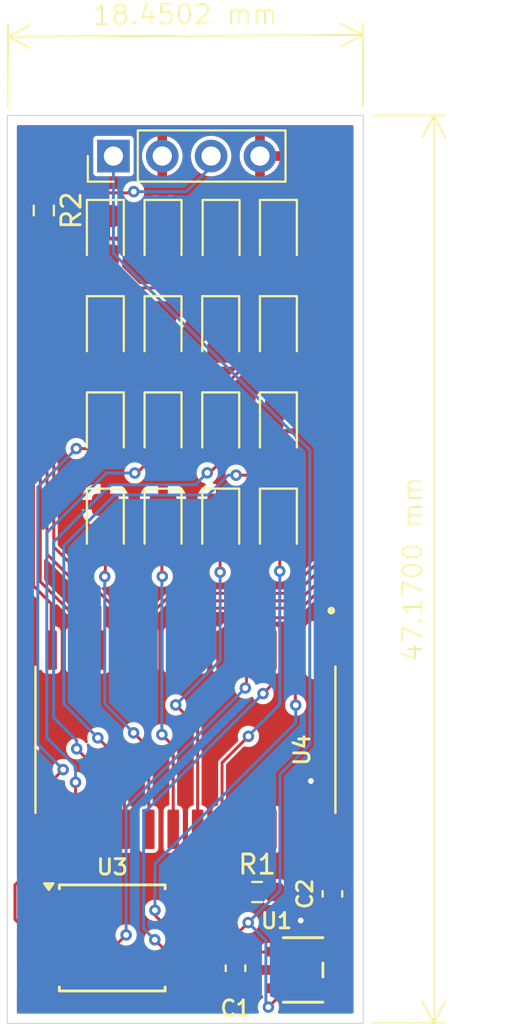
<source format=kicad_pcb>
(kicad_pcb (version 20240108) (generator "pcbnew") (generator_version "8.0")
  (layers (0 "F.Cu" signal) (31 "B.Cu" signal) (34 "B.Paste" user) (35 "F.Paste" user) (36 "B.SilkS" user "B.Silkscreen") (37 "F.SilkS" user "F.Silkscreen") (38 "B.Mask" user) (39 "F.Mask" user) (44 "Edge.Cuts" user))
  (net 0 "")
  (net 1 "GND")
  (net 2 "L1")
  (net 3 "L2")
  (net 4 "L3")
  (net 5 "L4")
  (net 6 "L5")
  (net 7 "L6")
  (net 8 "L7")
  (net 9 "L8")
  (net 10 "L9")
  (net 11 "L10")
  (net 12 "L11")
  (net 13 "L12")
  (net 14 "L13")
  (net 15 "L14")
  (net 16 "L15")
  (net 17 "L16")
  (net 18 "VCC")
  (net 19 "DATA")
  (net 20 "CLK")
  (net 21 "VDD_3.3V")
  (net 24 "OE")
  (net 25 "LE")
  (net 26 "Net-(U4-R-EXT)")
  (net 29 "BPW34_1")
  (footprint "Resistor_SMD:R_0603_1608Metric_Pad0.98x0.95mm_HandSolder" (layer "F.Cu") (at 207.8925 104.1)
    (property "Reference" "R1" (at 0 -1.43 0) (layer "F.SilkS"))
    (property "Value" "R")
    (fp_line (start -0.254724 -0.5225) (end 0.254724 -0.5225) (stroke (width 0.12)) (layer "F.SilkS"))
    (fp_line (start -0.254724 0.5225) (end 0.254724 0.5225) (stroke (width 0.12)) (layer "F.SilkS"))
    (pad "1" smd roundrect (at -0.9125 0) (size 0.975 0.95) (layers "F.Cu" "F.Paste" "F.Mask") (net 1 "GND"))
    (pad "2" smd roundrect (at 0.9125 0) (size 0.975 0.95) (layers "F.Cu" "F.Paste" "F.Mask") (net 26 "Net-(U4-R-EXT)"))
  )
  (footprint "Capacitor_SMD:C_0603_1608Metric_Pad1.08x0.95mm_HandSolder" (layer "F.Cu") (at 211.81 104.1975 90)
    (property "Reference" "C2" (at 0 -1.43 90) (layer "F.SilkS") (effects (font (size 0.8 0.8))))
    (property "Value" "C")
    (fp_line (start -0.146267 -0.51) (end 0.146267 -0.51) (stroke (width 0.12)) (layer "F.SilkS"))
    (fp_line (start -0.146267 0.51) (end 0.146267 0.51) (stroke (width 0.12)) (layer "F.SilkS"))
    (pad "1" smd roundrect (at -0.8625 0 90) (size 1.075 0.95) (layers "F.Cu" "F.Paste" "F.Mask") (net 21 "VDD_3.3V"))
    (pad "2" smd roundrect (at 0.8625 0 90) (size 1.075 0.95) (layers "F.Cu" "F.Paste" "F.Mask") (net 1 "GND"))
  )
  (footprint "Connector_PinHeader_2.54mm:PinHeader_1x04_P2.54mm_Vertical" (layer "F.Cu") (at 200.42 65.86 90)
    (property "Reference" "J3" (hide yes))
    (property "Value" "Conn_01x04_Pin")
    (fp_line (start -1.33 -1.33) (end 0 -1.33) (stroke (width 0.12)) (layer "F.SilkS"))
    (fp_line (start -1.33 0) (end -1.33 -1.33) (stroke (width 0.12)) (layer "F.SilkS"))
    (fp_line (start 1.33 1.27) (end 1.33 8.95) (stroke (width 0.12)) (layer "F.SilkS"))
    (fp_line (start -1.33 1.27) (end 1.33 1.27) (stroke (width 0.12)) (layer "F.SilkS"))
    (fp_line (start -1.33 1.27) (end -1.33 8.95) (stroke (width 0.12)) (layer "F.SilkS"))
    (fp_line (start -1.33 8.95) (end 1.33 8.95) (stroke (width 0.12)) (layer "F.SilkS"))
    (pad "1" thru_hole rect (at 0 0 90) (size 1.7 1.7) (drill 1) (layers "*.Cu" "*.Mask") (net 18 "VCC"))
    (pad "2" thru_hole oval (at 0 2.54 90) (size 1.7 1.7) (drill 1) (layers "*.Cu" "*.Mask") (net 1 "GND"))
    (pad "3" thru_hole oval (at 0 5.08 90) (size 1.7 1.7) (drill 1) (layers "*.Cu" "*.Mask") (net 29 "BPW34_1"))
    (pad "4" thru_hole oval (at 0 7.62 90) (size 1.7 1.7) (drill 1) (layers "*.Cu" "*.Mask") (net 1 "GND"))
  )
  (footprint "LED_SMD:LED_0805_2012Metric_Pad1.15x1.40mm_HandSolder" (layer "F.Cu") (at 209 75 -90)
    (property "Reference" "D5" (hide yes))
    (property "Value" "LED")
    (fp_line (start -1.86 0.96) (end 1 0.96) (stroke (width 0.12)) (layer "F.SilkS"))
    (fp_line (start -1.86 -0.96) (end -1.86 0.96) (stroke (width 0.12)) (layer "F.SilkS"))
    (fp_line (start 1 -0.96) (end -1.86 -0.96) (stroke (width 0.12)) (layer "F.SilkS"))
    (pad "1" smd roundrect (at -1.025 0 270) (size 1.15 1.4) (layers "F.Cu" "F.Paste" "F.Mask") (roundrect_rratio 0.217391) (net 1 "GND"))
    (pad "2" smd roundrect (at 1.025 0 270) (size 1.15 1.4) (layers "F.Cu" "F.Paste" "F.Mask") (roundrect_rratio 0.217391) (net 6 "L5"))
  )
  (footprint "LED_SMD:LED_0805_2012Metric_Pad1.15x1.40mm_HandSolder" (layer "F.Cu") (at 203 85 -90)
    (property "Reference" "D14" (hide yes))
    (property "Value" "LED")
    (fp_line (start -1.86 0.96) (end 1 0.96) (stroke (width 0.12)) (layer "F.SilkS"))
    (fp_line (start -1.86 -0.96) (end -1.86 0.96) (stroke (width 0.12)) (layer "F.SilkS"))
    (fp_line (start 1 -0.96) (end -1.86 -0.96) (stroke (width 0.12)) (layer "F.SilkS"))
    (pad "1" smd roundrect (at -1.025 0 270) (size 1.15 1.4) (layers "F.Cu" "F.Paste" "F.Mask") (roundrect_rratio 0.217391) (net 1 "GND"))
    (pad "2" smd roundrect (at 1.025 0 270) (size 1.15 1.4) (layers "F.Cu" "F.Paste" "F.Mask") (roundrect_rratio 0.217391) (net 15 "L14"))
  )
  (footprint "LED_SMD:LED_0805_2012Metric_Pad1.15x1.40mm_HandSolder" (layer "F.Cu") (at 206 75 -90)
    (property "Reference" "D6" (hide yes))
    (property "Value" "LED")
    (fp_line (start -1.86 0.96) (end 1 0.96) (stroke (width 0.12)) (layer "F.SilkS"))
    (fp_line (start -1.86 -0.96) (end -1.86 0.96) (stroke (width 0.12)) (layer "F.SilkS"))
    (fp_line (start 1 -0.96) (end -1.86 -0.96) (stroke (width 0.12)) (layer "F.SilkS"))
    (pad "1" smd roundrect (at -1.025 0 270) (size 1.15 1.4) (layers "F.Cu" "F.Paste" "F.Mask") (roundrect_rratio 0.217391) (net 1 "GND"))
    (pad "2" smd roundrect (at 1.025 0 270) (size 1.15 1.4) (layers "F.Cu" "F.Paste" "F.Mask") (roundrect_rratio 0.217391) (net 7 "L6"))
  )
  (footprint "LED_SMD:LED_0805_2012Metric_Pad1.15x1.40mm_HandSolder" (layer "F.Cu") (at 200 75 -90)
    (property "Reference" "D8" (hide yes))
    (property "Value" "LED")
    (fp_line (start -1.86 0.96) (end 1 0.96) (stroke (width 0.12)) (layer "F.SilkS"))
    (fp_line (start -1.86 -0.96) (end -1.86 0.96) (stroke (width 0.12)) (layer "F.SilkS"))
    (fp_line (start 1 -0.96) (end -1.86 -0.96) (stroke (width 0.12)) (layer "F.SilkS"))
    (pad "1" smd roundrect (at -1.025 0 270) (size 1.15 1.4) (layers "F.Cu" "F.Paste" "F.Mask") (roundrect_rratio 0.217391) (net 1 "GND"))
    (pad "2" smd roundrect (at 1.025 0 270) (size 1.15 1.4) (layers "F.Cu" "F.Paste" "F.Mask") (roundrect_rratio 0.217391) (net 9 "L8"))
  )
  (footprint "LED_SMD:LED_0805_2012Metric_Pad1.15x1.40mm_HandSolder" (layer "F.Cu") (at 203 70 -90)
    (property "Reference" "D3" (hide yes))
    (property "Value" "LED")
    (fp_line (start -1.86 0.96) (end 1 0.96) (stroke (width 0.12)) (layer "F.SilkS"))
    (fp_line (start -1.86 -0.96) (end -1.86 0.96) (stroke (width 0.12)) (layer "F.SilkS"))
    (fp_line (start 1 -0.96) (end -1.86 -0.96) (stroke (width 0.12)) (layer "F.SilkS"))
    (pad "1" smd roundrect (at -1.025 0 270) (size 1.15 1.4) (layers "F.Cu" "F.Paste" "F.Mask") (roundrect_rratio 0.217391) (net 1 "GND"))
    (pad "2" smd roundrect (at 1.025 0 270) (size 1.15 1.4) (layers "F.Cu" "F.Paste" "F.Mask") (roundrect_rratio 0.217391) (net 4 "L3"))
  )
  (footprint "LED_SMD:LED_0805_2012Metric_Pad1.15x1.40mm_HandSolder" (layer "F.Cu") (at 206.02 70 -90)
    (property "Reference" "D2" (hide yes))
    (property "Value" "LED")
    (fp_line (start -1.86 0.96) (end 1 0.96) (stroke (width 0.12)) (layer "F.SilkS"))
    (fp_line (start -1.86 -0.96) (end -1.86 0.96) (stroke (width 0.12)) (layer "F.SilkS"))
    (fp_line (start 1 -0.96) (end -1.86 -0.96) (stroke (width 0.12)) (layer "F.SilkS"))
    (pad "1" smd roundrect (at -1.025 0 270) (size 1.15 1.4) (layers "F.Cu" "F.Paste" "F.Mask") (roundrect_rratio 0.217391) (net 1 "GND"))
    (pad "2" smd roundrect (at 1.025 0 270) (size 1.15 1.4) (layers "F.Cu" "F.Paste" "F.Mask") (roundrect_rratio 0.217391) (net 3 "L2"))
  )
  (footprint "MIC5504:SOT-23-5_MC_MCH" (layer "F.Cu") (at 210.2854 108.150001)
    (property "Reference" "U1" (at -1.3854 -2.550001 0) (layer "F.SilkS") (effects (font (size 0.8 0.8))))
    (property "Value" "MIC5504")
    (fp_line (start -1.0287 1.6764) (end 1.0287 1.6764) (stroke (width 0.1524)) (layer "F.SilkS"))
    (fp_line (start 1.0287 -1.6764) (end -1.0287 -1.6764) (stroke (width 0.1524)) (layer "F.SilkS"))
    (fp_line (start 1.0287 0.363261) (end 1.0287 -0.363261) (stroke (width 0.1524)) (layer "F.SilkS"))
    (pad "1" smd rect (at -1.2954 -0.950001) (size 1.3208 0.508) (layers "F.Cu" "F.Paste" "F.Mask") (net 18 "VCC"))
    (pad "2" smd rect (at -1.2954 0) (size 1.3208 0.508) (layers "F.Cu" "F.Paste" "F.Mask") (net 1 "GND"))
    (pad "3" smd rect (at -1.2954 0.950001) (size 1.3208 0.508) (layers "F.Cu" "F.Paste" "F.Mask") (net 18 "VCC"))
    (pad "4" smd rect (at 1.2954 0.950001) (size 1.3208 0.508) (layers "F.Cu" "F.Paste" "F.Mask"))
    (pad "5" smd rect (at 1.2954 -0.950001) (size 1.3208 0.508) (layers "F.Cu" "F.Paste" "F.Mask") (net 21 "VDD_3.3V"))
  )
  (footprint "Capacitor_SMD:C_0603_1608Metric_Pad1.08x0.95mm_HandSolder" (layer "F.Cu") (at 206.77 108.0575 -90)
    (property "Reference" "C1" (at 2.0825 0 0) (layer "F.SilkS") (effects (font (size 0.8 0.8))))
    (property "Value" "C")
    (fp_line (start -0.146267 0.51) (end 0.146267 0.51) (stroke (width 0.12)) (layer "F.SilkS"))
    (fp_line (start -0.146267 -0.51) (end 0.146267 -0.51) (stroke (width 0.12)) (layer "F.SilkS"))
    (pad "1" smd roundrect (at -0.8625 0 270) (size 1.075 0.95) (layers "F.Cu" "F.Paste" "F.Mask") (net 18 "VCC"))
    (pad "2" smd roundrect (at 0.8625 0 270) (size 1.075 0.95) (layers "F.Cu" "F.Paste" "F.Mask") (net 1 "GND"))
  )
  (footprint "LED_SMD:LED_0805_2012Metric_Pad1.15x1.40mm_HandSolder" (layer "F.Cu") (at 206 80 -90)
    (property "Reference" "D11" (hide yes))
    (property "Value" "LED")
    (fp_line (start -1.86 0.96) (end 1 0.96) (stroke (width 0.12)) (layer "F.SilkS"))
    (fp_line (start -1.86 -0.96) (end -1.86 0.96) (stroke (width 0.12)) (layer "F.SilkS"))
    (fp_line (start 1 -0.96) (end -1.86 -0.96) (stroke (width 0.12)) (layer "F.SilkS"))
    (pad "1" smd roundrect (at -1.025 0 270) (size 1.15 1.4) (layers "F.Cu" "F.Paste" "F.Mask") (roundrect_rratio 0.217391) (net 1 "GND"))
    (pad "2" smd roundrect (at 1.025 0 270) (size 1.15 1.4) (layers "F.Cu" "F.Paste" "F.Mask") (roundrect_rratio 0.217391) (net 12 "L11"))
  )
  (footprint "STP16CP05MTR:SOIC127P1032X265-24N" (layer "F.Cu") (at 204.165 96.185 -90)
    (property "Reference" "U4" (at 0.535 -6.065 90) (layer "F.SilkS") (effects (font (size 0.8 0.8))))
    (property "Value" "STP16CP05MTR")
    (fp_line (start -3.8 7.8) (end 3.8 7.8) (stroke (width 0.127)) (layer "F.SilkS"))
    (fp_line (start -3.8 -7.8) (end 3.8 -7.8) (stroke (width 0.127)) (layer "F.SilkS"))
    (fp_circle (center -6.705 -7.585) (end -6.605 -7.585) (stroke (width 0.2)) (fill none) (layer "F.SilkS"))
    (pad "1" smd roundrect (at -4.655 -6.985 270) (size 2.05 0.6) (layers "F.Cu" "F.Paste" "F.Mask") (roundrect_rratio 0.125) (net 1 "GND"))
    (pad "2" smd roundrect (at -4.655 -5.715 270) (size 2.05 0.6) (layers "F.Cu" "F.Paste" "F.Mask") (roundrect_rratio 0.125) (net 19 "DATA"))
    (pad "3" smd roundrect (at -4.655 -4.445 270) (size 2.05 0.6) (layers "F.Cu" "F.Paste" "F.Mask") (roundrect_rratio 0.125) (net 20 "CLK"))
    (pad "4" smd roundrect (at -4.655 -3.175 270) (size 2.05 0.6) (layers "F.Cu" "F.Paste" "F.Mask") (roundrect_rratio 0.125) (net 25 "LE"))
    (pad "5" smd roundrect (at -4.655 -1.905 270) (size 2.05 0.6) (layers "F.Cu" "F.Paste" "F.Mask") (roundrect_rratio 0.125) (net 2 "L1"))
    (pad "6" smd roundrect (at -4.655 -0.635 270) (size 2.05 0.6) (layers "F.Cu" "F.Paste" "F.Mask") (roundrect_rratio 0.125) (net 3 "L2"))
    (pad "7" smd roundrect (at -4.655 0.635 270) (size 2.05 0.6) (layers "F.Cu" "F.Paste" "F.Mask") (roundrect_rratio 0.125) (net 4 "L3"))
    (pad "8" smd roundrect (at -4.655 1.905 270) (size 2.05 0.6) (layers "F.Cu" "F.Paste" "F.Mask") (roundrect_rratio 0.125) (net 5 "L4"))
    (pad "9" smd roundrect (at -4.655 3.175 270) (size 2.05 0.6) (layers "F.Cu" "F.Paste" "F.Mask") (roundrect_rratio 0.125) (net 6 "L5"))
    (pad "10" smd roundrect (at -4.655 4.445 270) (size 2.05 0.6) (layers "F.Cu" "F.Paste" "F.Mask") (roundrect_rratio 0.125) (net 7 "L6"))
    (pad "11" smd roundrect (at -4.655 5.715 270) (size 2.05 0.6) (layers "F.Cu" "F.Paste" "F.Mask") (roundrect_rratio 0.125) (net 8 "L7"))
    (pad "12" smd roundrect (at -4.655 6.985 270) (size 2.05 0.6) (layers "F.Cu" "F.Paste" "F.Mask") (roundrect_rratio 0.125) (net 9 "L8"))
    (pad "13" smd roundrect (at 4.655 6.985 270) (size 2.05 0.6) (layers "F.Cu" "F.Paste" "F.Mask") (roundrect_rratio 0.125) (net 10 "L9"))
    (pad "14" smd roundrect (at 4.655 5.715 270) (size 2.05 0.6) (layers "F.Cu" "F.Paste" "F.Mask") (roundrect_rratio 0.125) (net 11 "L10"))
    (pad "15" smd roundrect (at 4.655 4.445 270) (size 2.05 0.6) (layers "F.Cu" "F.Paste" "F.Mask") (roundrect_rratio 0.125) (net 12 "L11"))
    (pad "16" smd roundrect (at 4.655 3.175 270) (size 2.05 0.6) (layers "F.Cu" "F.Paste" "F.Mask") (roundrect_rratio 0.125) (net 13 "L12"))
    (pad "17" smd roundrect (at 4.655 1.905 270) (size 2.05 0.6) (layers "F.Cu" "F.Paste" "F.Mask") (roundrect_rratio 0.125) (net 14 "L13"))
    (pad "18" smd roundrect (at 4.655 0.635 270) (size 2.05 0.6) (layers "F.Cu" "F.Paste" "F.Mask") (roundrect_rratio 0.125) (net 15 "L14"))
    (pad "19" smd roundrect (at 4.655 -0.635 270) (size 2.05 0.6) (layers "F.Cu" "F.Paste" "F.Mask") (roundrect_rratio 0.125) (net 16 "L15"))
    (pad "20" smd roundrect (at 4.655 -1.905 270) (size 2.05 0.6) (layers "F.Cu" "F.Paste" "F.Mask") (roundrect_rratio 0.125) (net 17 "L16"))
    (pad "21" smd roundrect (at 4.655 -3.175 270) (size 2.05 0.6) (layers "F.Cu" "F.Paste" "F.Mask") (roundrect_rratio 0.125) (net 24 "OE"))
    (pad "22" smd roundrect (at 4.655 -4.445 270) (size 2.05 0.6) (layers "F.Cu" "F.Paste" "F.Mask") (roundrect_rratio 0.125))
    (pad "23" smd roundrect (at 4.655 -5.715 270) (size 2.05 0.6) (layers "F.Cu" "F.Paste" "F.Mask") (roundrect_rratio 0.125) (net 26 "Net-(U4-R-EXT)"))
    (pad "24" smd roundrect (at 4.655 -6.985 270) (size 2.05 0.6) (layers "F.Cu" "F.Paste" "F.Mask") (roundrect_rratio 0.125) (net 21 "VDD_3.3V"))
  )
  (footprint "LED_SMD:LED_0805_2012Metric_Pad1.15x1.40mm_HandSolder" (layer "F.Cu") (at 200 85 -90)
    (property "Reference" "D13" (hide yes))
    (property "Value" "LED")
    (fp_line (start -1.86 0.96) (end 1 0.96) (stroke (width 0.12)) (layer "F.SilkS"))
    (fp_line (start -1.86 -0.96) (end -1.86 0.96) (stroke (width 0.12)) (layer "F.SilkS"))
    (fp_line (start 1 -0.96) (end -1.86 -0.96) (stroke (width 0.12)) (layer "F.SilkS"))
    (pad "1" smd roundrect (at -1.025 0 270) (size 1.15 1.4) (layers "F.Cu" "F.Paste" "F.Mask") (roundrect_rratio 0.217391) (net 1 "GND"))
    (pad "2" smd roundrect (at 1.025 0 270) (size 1.15 1.4) (layers "F.Cu" "F.Paste" "F.Mask") (roundrect_rratio 0.217391) (net 14 "L13"))
  )
  (footprint "LED_SMD:LED_0805_2012Metric_Pad1.15x1.40mm_HandSolder" (layer "F.Cu") (at 200 80 -90)
    (property "Reference" "D9" (hide yes))
    (property "Value" "LED")
    (fp_line (start -1.86 0.96) (end 1 0.96) (stroke (width 0.12)) (layer "F.SilkS"))
    (fp_line (start -1.86 -0.96) (end -1.86 0.96) (stroke (width 0.12)) (layer "F.SilkS"))
    (fp_line (start 1 -0.96) (end -1.86 -0.96) (stroke (width 0.12)) (layer "F.SilkS"))
    (pad "1" smd roundrect (at -1.025 0 270) (size 1.15 1.4) (layers "F.Cu" "F.Paste" "F.Mask") (roundrect_rratio 0.217391) (net 1 "GND"))
    (pad "2" smd roundrect (at 1.025 0 270) (size 1.15 1.4) (layers "F.Cu" "F.Paste" "F.Mask") (roundrect_rratio 0.217391) (net 10 "L9"))
  )
  (footprint "LED_SMD:LED_0805_2012Metric_Pad1.15x1.40mm_HandSolder" (layer "F.Cu") (at 209 85 -90)
    (property "Reference" "D16" (hide yes))
    (property "Value" "LED")
    (fp_line (start -1.86 0.96) (end 1 0.96) (stroke (width 0.12)) (layer "F.SilkS"))
    (fp_line (start -1.86 -0.96) (end -1.86 0.96) (stroke (width 0.12)) (layer "F.SilkS"))
    (fp_line (start 1 -0.96) (end -1.86 -0.96) (stroke (width 0.12)) (layer "F.SilkS"))
    (pad "1" smd roundrect (at -1.025 0 270) (size 1.15 1.4) (layers "F.Cu" "F.Paste" "F.Mask") (roundrect_rratio 0.217391) (net 1 "GND"))
    (pad "2" smd roundrect (at 1.025 0 270) (size 1.15 1.4) (layers "F.Cu" "F.Paste" "F.Mask") (roundrect_rratio 0.217391) (net 17 "L16"))
  )
  (footprint "LED_SMD:LED_0805_2012Metric_Pad1.15x1.40mm_HandSolder" (layer "F.Cu") (at 209 70 -90)
    (property "Reference" "D1" (hide yes))
    (property "Value" "LED")
    (fp_line (start -1.86 0.96) (end 1 0.96) (stroke (width 0.12)) (layer "F.SilkS"))
    (fp_line (start -1.86 -0.96) (end -1.86 0.96) (stroke (width 0.12)) (layer "F.SilkS"))
    (fp_line (start 1 -0.96) (end -1.86 -0.96) (stroke (width 0.12)) (layer "F.SilkS"))
    (pad "1" smd roundrect (at -1.025 0 270) (size 1.15 1.4) (layers "F.Cu" "F.Paste" "F.Mask") (roundrect_rratio 0.217391) (net 1 "GND"))
    (pad "2" smd roundrect (at 1.025 0 270) (size 1.15 1.4) (layers "F.Cu" "F.Paste" "F.Mask") (roundrect_rratio 0.217391) (net 2 "L1"))
  )
  (footprint "LED_SMD:LED_0805_2012Metric_Pad1.15x1.40mm_HandSolder" (layer "F.Cu") (at 203 80 -90)
    (property "Reference" "D10" (hide yes))
    (property "Value" "LED")
    (fp_line (start -1.86 0.96) (end 1 0.96) (stroke (width 0.12)) (layer "F.SilkS"))
    (fp_line (start -1.86 -0.96) (end -1.86 0.96) (stroke (width 0.12)) (layer "F.SilkS"))
    (fp_line (start 1 -0.96) (end -1.86 -0.96) (stroke (width 0.12)) (layer "F.SilkS"))
    (pad "1" smd roundrect (at -1.025 0 270) (size 1.15 1.4) (layers "F.Cu" "F.Paste" "F.Mask") (roundrect_rratio 0.217391) (net 1 "GND"))
    (pad "2" smd roundrect (at 1.025 0 270) (size 1.15 1.4) (layers "F.Cu" "F.Paste" "F.Mask") (roundrect_rratio 0.217391) (net 11 "L10"))
  )
  (footprint "Resistor_SMD:R_0603_1608Metric_Pad0.98x0.95mm_HandSolder" (layer "F.Cu") (at 196.8 68.6875 -90)
    (property "Reference" "R2" (at 0 -1.43 -90) (layer "F.SilkS"))
    (property "Value" "R")
    (fp_line (start -0.254724 0.5225) (end 0.254724 0.5225) (stroke (width 0.12)) (layer "F.SilkS"))
    (fp_line (start -0.254724 -0.5225) (end 0.254724 -0.5225) (stroke (width 0.12)) (layer "F.SilkS"))
    (pad "1" smd roundrect (at -0.9125 0 270) (size 0.975 0.95) (layers "F.Cu" "F.Paste" "F.Mask") (net 29 "BPW34_1"))
    (pad "2" smd roundrect (at 0.9125 0 270) (size 0.975 0.95) (layers "F.Cu" "F.Paste" "F.Mask") (net 1 "GND"))
  )
  (footprint "Package_SO:SOIC-8W_5.3x5.3mm_P1.27mm" (layer "F.Cu") (at 200.36 106.485)
    (property "Reference" "U3" (at 0 -3.68 0) (layer "F.SilkS") (effects (font (size 0.8 0.8))))
    (property "Value" "ATtiny85")
    (fp_line (start -2.75 -2.755) (end -2.75 -2.55) (stroke (width 0.15)) (layer "F.SilkS"))
    (fp_line (start -2.75 -2.755) (end 2.75 -2.755) (stroke (width 0.15)) (layer "F.SilkS"))
    (fp_line (start -2.75 2.755) (end -2.75 2.55) (stroke (width 0.15)) (layer "F.SilkS"))
    (fp_line (start -2.75 2.755) (end 2.75 2.755) (stroke (width 0.15)) (layer "F.SilkS"))
    (fp_line (start 2.75 -2.755) (end 2.75 -2.55) (stroke (width 0.15)) (layer "F.SilkS"))
    (fp_line (start 2.75 2.755) (end 2.75 2.55) (stroke (width 0.15)) (layer "F.SilkS"))
    (fp_poly (pts (xy -3.3 -2.5) (xy -3.54 -2.83) (xy -3.06 -2.83) (xy -3.3 -2.5)) (stroke (width 0.12)) (fill solid) (layer "F.SilkS"))
    (pad "1" smd rect (at -3.65 -1.905) (size 1.7 0.65) (layers "F.Cu" "F.Paste" "F.Mask"))
    (pad "2" smd rect (at -3.65 -0.635) (size 1.7 0.65) (layers "F.Cu" "F.Paste" "F.Mask") (net 29 "BPW34_1"))
    (pad "3" smd rect (at -3.65 0.635) (size 1.7 0.65) (layers "F.Cu" "F.Paste" "F.Mask") (net 25 "LE"))
    (pad "4" smd rect (at -3.65 1.905) (size 1.7 0.65) (layers "F.Cu" "F.Paste" "F.Mask") (net 1 "GND"))
    (pad "5" smd rect (at 3.65 1.905) (size 1.7 0.65) (layers "F.Cu" "F.Paste" "F.Mask") (net 24 "OE"))
    (pad "6" smd rect (at 3.65 0.635) (size 1.7 0.65) (layers "F.Cu" "F.Paste" "F.Mask") (net 20 "CLK"))
    (pad "7" smd rect (at 3.65 -0.635) (size 1.7 0.65) (layers "F.Cu" "F.Paste" "F.Mask") (net 19 "DATA"))
    (pad "8" smd rect (at 3.65 -1.905) (size 1.7 0.65) (layers "F.Cu" "F.Paste" "F.Mask"))
  )
  (footprint "LED_SMD:LED_0805_2012Metric_Pad1.15x1.40mm_HandSolder" (layer "F.Cu") (at 206 85 -90)
    (property "Reference" "D15" (hide yes))
    (property "Value" "LED")
    (fp_line (start -1.86 0.96) (end 1 0.96) (stroke (width 0.12)) (layer "F.SilkS"))
    (fp_line (start -1.86 -0.96) (end -1.86 0.96) (stroke (width 0.12)) (layer "F.SilkS"))
    (fp_line (start 1 -0.96) (end -1.86 -0.96) (stroke (width 0.12)) (layer "F.SilkS"))
    (pad "1" smd roundrect (at -1.025 0 270) (size 1.15 1.4) (layers "F.Cu" "F.Paste" "F.Mask") (roundrect_rratio 0.217391) (net 1 "GND"))
    (pad "2" smd roundrect (at 1.025 0 270) (size 1.15 1.4) (layers "F.Cu" "F.Paste" "F.Mask") (roundrect_rratio 0.217391) (net 16 "L15"))
  )
  (footprint "LED_SMD:LED_0805_2012Metric_Pad1.15x1.40mm_HandSolder" (layer "F.Cu") (at 203 75 -90)
    (property "Reference" "D7" (hide yes))
    (property "Value" "LED")
    (fp_line (start -1.86 0.96) (end 1 0.96) (stroke (width 0.12)) (layer "F.SilkS"))
    (fp_line (start -1.86 -0.96) (end -1.86 0.96) (stroke (width 0.12)) (layer "F.SilkS"))
    (fp_line (start 1 -0.96) (end -1.86 -0.96) (stroke (width 0.12)) (layer "F.SilkS"))
    (pad "1" smd roundrect (at -1.025 0 270) (size 1.15 1.4) (layers "F.Cu" "F.Paste" "F.Mask") (roundrect_rratio 0.217391) (net 1 "GND"))
    (pad "2" smd roundrect (at 1.025 0 270) (size 1.15 1.4) (layers "F.Cu" "F.Paste" "F.Mask") (roundrect_rratio 0.217391) (net 8 "L7"))
  )
  (footprint "LED_SMD:LED_0805_2012Metric_Pad1.15x1.40mm_HandSolder" (layer "F.Cu") (at 200 70 -90)
    (property "Reference" "D4" (hide yes))
    (property "Value" "LED")
    (fp_line (start -1.86 0.96) (end 1 0.96) (stroke (width 0.12)) (layer "F.SilkS"))
    (fp_line (start -1.86 -0.96) (end -1.86 0.96) (stroke (width 0.12)) (layer "F.SilkS"))
    (fp_line (start 1 -0.96) (end -1.86 -0.96) (stroke (width 0.12)) (layer "F.SilkS"))
    (pad "1" smd roundrect (at -1.025 0 270) (size 1.15 1.4) (layers "F.Cu" "F.Paste" "F.Mask") (roundrect_rratio 0.217391) (net 1 "GND"))
    (pad "2" smd roundrect (at 1.025 0 270) (size 1.15 1.4) (layers "F.Cu" "F.Paste" "F.Mask") (roundrect_rratio 0.217391) (net 5 "L4"))
  )
  (footprint "LED_SMD:LED_0805_2012Metric_Pad1.15x1.40mm_HandSolder" (layer "F.Cu") (at 209 80 -90)
    (property "Reference" "D12" (hide yes))
    (property "Value" "LED")
    (fp_line (start -1.86 0.96) (end 1 0.96) (stroke (width 0.12)) (layer "F.SilkS"))
    (fp_line (start -1.86 -0.96) (end -1.86 0.96) (stroke (width 0.12)) (layer "F.SilkS"))
    (fp_line (start 1 -0.96) (end -1.86 -0.96) (stroke (width 0.12)) (layer "F.SilkS"))
    (pad "1" smd roundrect (at -1.025 0 270) (size 1.15 1.4) (layers "F.Cu" "F.Paste" "F.Mask") (roundrect_rratio 0.217391) (net 1 "GND"))
    (pad "2" smd roundrect (at 1.025 0 270) (size 1.15 1.4) (layers "F.Cu" "F.Paste" "F.Mask") (roundrect_rratio 0.217391) (net 13 "L12"))
  )
  (gr_rect (start 194.9 63.75) (end 213.41 110.92) (stroke (width 0.05)) (fill none) (layer "Edge.Cuts"))
  (dimension (type aligned) (layer "F.SilkS") (pts (xy 194.96 63.84) (xy 213.41 63.75)) (height -4.183647) (gr_text "18.4502 mm" (at 204.159226 58.511416 0.2794893905) (layer "F.SilkS") (effects (font (size 1 1) (thickness 0.1)))) (format (prefix "") (suffix "") (units 3) (units_format 1) (precision 4)) (style (thickness 0.1) (arrow_length 1.27) (text_position_mode 0) (extension_height 0.58642) (extension_offset 0.5) keep_text_aligned))
  (dimension (type aligned) (layer "F.SilkS") (pts (xy 213.41 63.75) (xy 213.41 110.92)) (height -3.67) (gr_text "47.1700 mm" (at 215.98 87.335 90) (layer "F.SilkS") (effects (font (size 1 1) (thickness 0.1)))) (format (prefix "") (suffix "") (units 3) (units_format 1) (precision 4)) (style (thickness 0.1) (arrow_length 1.27) (text_position_mode 0) (extension_height 0.58642) (extension_offset 0.5) keep_text_aligned))
  (segment (start 211.81 102.51) (end 211.81 103.16) (width 0.1524) (layer "F.Cu") (net 1))
  (segment (start 211.15 94.65) (end 211.15 96.41) (width 0.1524) (layer "F.Cu") (net 1))
  (segment (start 211.15 94.65) (end 211.15 91.53) (width 0.1524) (layer "F.Cu") (net 1))
  (segment (start 200 69) (end 208.975 69) (width 0.1524) (layer "F.Cu") (net 1))
  (segment (start 212.67 97.93) (end 212.67 101.65) (width 0.1524) (layer "F.Cu") (net 1))
  (segment (start 200 78.975) (end 209 78.975) (width 0.1524) (layer "F.Cu") (net 1))
  (segment (start 200 68.975) (end 199.115 68.975) (width 0.1524) (layer "F.Cu") (net 1))
  (segment (start 203 66.03) (end 203.09 65.94) (width 0.1524) (layer "F.Cu") (net 1))
  (segment (start 200 73.975) (end 209 73.975) (width 0.1524) (layer "F.Cu") (net 1))
  (segment (start 211.15 96.41) (end 212.67 97.93) (width 0.1524) (layer "F.Cu") (net 1))
  (segment (start 208.975 69) (end 209 68.975) (width 0.1524) (layer "F.Cu") (net 1))
  (segment (start 200 83.975) (end 209 83.975) (width 0.1524) (layer "F.Cu") (net 1))
  (segment (start 206.98 104.37) (end 206.98 104.1) (width 0.1524) (layer "F.Cu") (net 1))
  (segment (start 199.325 73.975) (end 200 73.975) (width 0.1524) (layer "F.Cu") (net 1))
  (segment (start 212.67 101.65) (end 211.81 102.51) (width 0.1524) (layer "F.Cu") (net 1))
  (segment (start 209.698368 89.85) (end 212.33 87.218368) (width 0.1524) (layer "F.Cu") (net 2))
  (segment (start 206.07 90.505001) (end 206.725001 89.85) (width 0.1524) (layer "F.Cu") (net 2))
  (segment (start 212.33 87.218368) (end 212.33 72.49) (width 0.1524) (layer "F.Cu") (net 2))
  (segment (start 206.725001 89.85) (end 209.698368 89.85) (width 0.1524) (layer "F.Cu") (net 2))
  (segment (start 210.865 71.025) (end 209 71.025) (width 0.1524) (layer "F.Cu") (net 2))
  (segment (start 206.07 91.53) (end 206.07 90.505001) (width 0.1524) (layer "F.Cu") (net 2))
  (segment (start 212.33 72.49) (end 210.865 71.025) (width 0.1524) (layer "F.Cu") (net 2))
  (segment (start 207.98 72.01) (end 206.995 71.025) (width 0.1524) (layer "F.Cu") (net 3))
  (segment (start 211.26 72.01) (end 207.98 72.01) (width 0.1524) (layer "F.Cu") (net 3))
  (segment (start 211.91 87.14) (end 211.91 72.66) (width 0.1524) (layer "F.Cu") (net 3))
  (segment (start 206.995 71.025) (end 206.02 71.025) (width 0.1524) (layer "F.Cu") (net 3))
  (segment (start 204.8 90.06) (end 205.51 89.35) (width 0.1524) (layer "F.Cu") (net 3))
  (segment (start 205.51 89.35) (end 209.7 89.35) (width 0.1524) (layer "F.Cu") (net 3))
  (segment (start 209.7 89.35) (end 211.91 87.14) (width 0.1524) (layer "F.Cu") (net 3))
  (segment (start 204.8 91.53) (end 204.8 90.06) (width 0.1524) (layer "F.Cu") (net 3))
  (segment (start 211.91 72.66) (end 211.26 72.01) (width 0.1524) (layer "F.Cu") (net 3))
  (segment (start 211.55 72.82) (end 211.0924 72.3624) (width 0.1524) (layer "F.Cu") (net 4))
  (segment (start 209.538368 88.97) (end 211.55 86.958368) (width 0.1524) (layer "F.Cu") (net 4))
  (segment (start 203.53 89.94) (end 204.5 88.97) (width 0.1524) (layer "F.Cu") (net 4))
  (segment (start 203.53 91.53) (end 203.53 89.94) (width 0.1524) (layer "F.Cu") (net 4))
  (segment (start 211.0924 72.3624) (end 205.2224 72.3624) (width 0.1524) (layer "F.Cu") (net 4))
  (segment (start 211.55 86.958368) (end 211.55 72.82) (width 0.1524) (layer "F.Cu") (net 4))
  (segment (start 204.5 88.97) (end 209.538368 88.97) (width 0.1524) (layer "F.Cu") (net 4))
  (segment (start 203.885 71.025) (end 203 71.025) (width 0.1524) (layer "F.Cu") (net 4))
  (segment (start 205.2224 72.3624) (end 203.885 71.025) (width 0.1524) (layer "F.Cu") (net 4))
  (segment (start 202.26 91.53) (end 202.26 89.78) (width 0.1524) (layer "F.Cu") (net 5))
  (segment (start 201.6898 72.7148) (end 200 71.025) (width 0.1524) (layer "F.Cu") (net 5))
  (segment (start 209.4 88.58) (end 210.2 87.78) (width 0.1524) (layer "F.Cu") (net 5))
  (segment (start 211.1976 86.8124) (end 211.1976 73.3476) (width 0.1524) (layer "F.Cu") (net 5))
  (segment (start 202.26 89.78) (end 203.46 88.58) (width 0.1524) (layer "F.Cu") (net 5))
  (segment (start 211.1976 73.3476) (end 210.5648 72.7148) (width 0.1524) (layer "F.Cu") (net 5))
  (segment (start 203.46 88.58) (end 209.4 88.58) (width 0.1524) (layer "F.Cu") (net 5))
  (segment (start 210.23 87.78) (end 211.1976 86.8124) (width 0.1524) (layer "F.Cu") (net 5))
  (segment (start 210.2 87.78) (end 210.23 87.78) (width 0.1524) (layer "F.Cu") (net 5))
  (segment (start 210.5648 72.7148) (end 201.6898 72.7148) (width 0.1524) (layer "F.Cu") (net 5))
  (segment (start 197.32 86.17) (end 200.99 89.84) (width 0.1524) (layer "F.Cu") (net 6))
  (segment (start 206.19 77.82) (end 198.76 77.82) (width 0.1524) (layer "F.Cu") (net 6))
  (segment (start 209 76.025) (end 207.985 76.025) (width 0.1524) (layer "F.Cu") (net 6))
  (segment (start 198.76 77.82) (end 197.32 79.26) (width 0.1524) (layer "F.Cu") (net 6))
  (segment (start 200.99 89.84) (end 200.99 91.53) (width 0.1524) (layer "F.Cu") (net 6))
  (segment (start 200.99 91.53) (end 200.99 90.505001) (width 0.1524) (layer "F.Cu") (net 6))
  (segment (start 207.985 76.025) (end 206.19 77.82) (width 0.1524) (layer "F.Cu") (net 6))
  (segment (start 197.32 79.26) (end 197.32 86.17) (width 0.1524) (layer "F.Cu") (net 6))
  (segment (start 196.9676 79.0324) (end 198.5324 77.4676) (width 0.1524) (layer "F.Cu") (net 7))
  (segment (start 206 76.25) (end 206 76.025) (width 0.1524) (layer "F.Cu") (net 7))
  (segment (start 199.72 91.53) (end 199.72 89.3) (width 0.1524) (layer "F.Cu") (net 7))
  (segment (start 204.5574 77.4676) (end 206 76.025) (width 0.1524) (layer "F.Cu") (net 7))
  (segment (start 198.5324 77.4676) (end 204.5574 77.4676) (width 0.1524) (layer "F.Cu") (net 7))
  (segment (start 196.9676 86.5476) (end 196.9676 79.0324) (width 0.1524) (layer "F.Cu") (net 7))
  (segment (start 199.72 89.3) (end 196.9676 86.5476) (width 0.1524) (layer "F.Cu") (net 7))
  (segment (start 198.45 89.81) (end 198.45 91.53) (width 0.1524) (layer "F.Cu") (net 8))
  (segment (start 200.9848 77.1152) (end 198.3148 77.1152) (width 0.1524) (layer "F.Cu") (net 8))
  (segment (start 196.6152 78.8148) (end 196.6152 87.9752) (width 0.1524) (layer "F.Cu") (net 8))
  (segment (start 196.6152 87.9752) (end 198.45 89.81) (width 0.1524) (layer "F.Cu") (net 8))
  (segment (start 202.075 76.025) (end 200.9848 77.1152) (width 0.1524) (layer "F.Cu") (net 8))
  (segment (start 203 76.025) (end 202.075 76.025) (width 0.1524) (layer "F.Cu") (net 8))
  (segment (start 198.3148 77.1152) (end 196.6152 78.8148) (width 0.1524) (layer "F.Cu") (net 8))
  (segment (start 196.2628 78.5172) (end 196.2628 88.1928) (width 0.1524) (layer "F.Cu") (net 9))
  (segment (start 198.755 76.025) (end 196.2628 78.5172) (width 0.1524) (layer "F.Cu") (net 9))
  (segment (start 197.18 89.11) (end 197.18 91.53) (width 0.1524) (layer "F.Cu") (net 9))
  (segment (start 196.2628 88.1928) (end 197.18 89.11) (width 0.1524) (layer "F.Cu") (net 9))
  (segment (start 200 76.025) (end 198.755 76.025) (width 0.1524) (layer "F.Cu") (net 9))
  (segment (start 197.18 98.3638) (end 197.18 100.84) (width 0.1524) (layer "F.Cu") (net 10))
  (segment (start 197.804465 97.739335) (end 197.18 98.3638) (width 0.1524) (layer "F.Cu") (net 10))
  (segment (start 198.49 81.06) (end 199.965 81.06) (width 0.1524) (layer "F.Cu") (net 10))
  (segment (start 199.965 81.06) (end 200 81.025) (width 0.1524) (layer "F.Cu") (net 10))
  (via (at 197.804465 97.739335) (size 0.6) (drill 0.3) (layers "F.Cu" "B.Cu") (net 10))
  (via (at 198.49 81.06) (size 0.6) (drill 0.3) (layers "F.Cu" "B.Cu") (net 10))
  (segment (start 196.4876 83.0624) (end 198.49 81.06) (width 0.1524) (layer "B.Cu") (net 10))
  (segment (start 197.804465 97.739335) (end 196.4876 96.42247) (width 0.1524) (layer "B.Cu") (net 10))
  (segment (start 196.4876 96.42247) (end 196.4876 83.0624) (width 0.1524) (layer "B.Cu") (net 10))
  (segment (start 201.53 82.33) (end 201.64 82.33) (width 0.1524) (layer "F.Cu") (net 11))
  (segment (start 198.45 98.4) (end 198.45 100.84) (width 0.1524) (layer "F.Cu") (net 11))
  (segment (start 202.945 81.025) (end 203 81.025) (width 0.1524) (layer "F.Cu") (net 11))
  (segment (start 198.45 100.84) (end 198.45 99.85) (width 0.1524) (layer "F.Cu") (net 11))
  (segment (start 201.64 82.33) (end 202.945 81.025) (width 0.1524) (layer "F.Cu") (net 11))
  (via (at 198.45 98.4) (size 0.6) (drill 0.3) (layers "F.Cu" "B.Cu") (net 11))
  (via (at 201.53 82.33) (size 0.6) (drill 0.3) (layers "F.Cu" "B.Cu") (net 11))
  (segment (start 198.45 98.4) (end 198.45 97.57) (width 0.1524) (layer "B.Cu") (net 11))
  (segment (start 196.9576 96.0776) (end 196.9576 85.4224) (width 0.1524) (layer "B.Cu") (net 11))
  (segment (start 198.45 97.57) (end 196.9576 96.0776) (width 0.1524) (layer "B.Cu") (net 11))
  (segment (start 196.9576 85.4224) (end 200.05 82.33) (width 0.1524) (layer "B.Cu") (net 11))
  (segment (start 200.05 82.33) (end 201.53 82.33) (width 0.1524) (layer "B.Cu") (net 11))
  (segment (start 205.3 82.32) (end 205.42 82.32) (width 0.1524) (layer "F.Cu") (net 12))
  (segment (start 205.42 82.32) (end 206 81.74) (width 0.1524) (layer "F.Cu") (net 12))
  (segment (start 206 81.74) (end 206 81.025) (width 0.1524) (layer "F.Cu") (net 12))
  (segment (start 198.51 96.66) (end 199.72 97.87) (width 0.1524) (layer "F.Cu") (net 12))
  (segment (start 199.72 97.87) (end 199.72 100.84) (width 0.1524) (layer "F.Cu") (net 12))
  (via (at 205.3 82.32) (size 0.6) (drill 0.3) (layers "F.Cu" "B.Cu") (net 12))
  (via (at 198.51 96.66) (size 0.6) (drill 0.3) (layers "F.Cu" "B.Cu") (net 12))
  (segment (start 197.31 85.91) (end 200.28 82.94) (width 0.1524) (layer "B.Cu") (net 12))
  (segment (start 198.51 96.23) (end 197.31 95.03) (width 0.1524) (layer "B.Cu") (net 12))
  (segment (start 204.68 82.94) (end 205.3 82.32) (width 0.1524) (layer "B.Cu") (net 12))
  (segment (start 197.31 95.03) (end 197.31 85.91) (width 0.1524) (layer "B.Cu") (net 12))
  (segment (start 198.51 96.66) (end 198.51 96.23) (width 0.1524) (layer "B.Cu") (net 12))
  (segment (start 200.28 82.94) (end 204.68 82.94) (width 0.1524) (layer "B.Cu") (net 12))
  (segment (start 200.99 100.84) (end 200.99 97.47) (width 0.1524) (layer "F.Cu") (net 13))
  (segment (start 206.8 82.44) (end 207.585 82.44) (width 0.1524) (layer "F.Cu") (net 13))
  (segment (start 207.585 82.44) (end 209 81.025) (width 0.1524) (layer "F.Cu") (net 13))
  (segment (start 200.99 97.47) (end 199.61 96.09) (width 0.1524) (layer "F.Cu") (net 13))
  (via (at 206.8 82.44) (size 0.6) (drill 0.3) (layers "F.Cu" "B.Cu") (net 13))
  (via (at 199.61 96.09) (size 0.6) (drill 0.3) (layers "F.Cu" "B.Cu") (net 13))
  (segment (start 206.38 82.44) (end 206.8 82.44) (width 0.1524) (layer "B.Cu") (net 13))
  (segment (start 205.35 83.47) (end 206.38 82.44) (width 0.1524) (layer "B.Cu") (net 13))
  (segment (start 199.61 96.09) (end 197.84 94.32) (width 0.1524) (layer "B.Cu") (net 13))
  (segment (start 200.48 83.47) (end 205.35 83.47) (width 0.1524) (layer "B.Cu") (net 13))
  (segment (start 197.84 94.32) (end 197.84 86.11) (width 0.1524) (layer "B.Cu") (net 13))
  (segment (start 197.84 86.11) (end 200.48 83.47) (width 0.1524) (layer "B.Cu") (net 13))
  (segment (start 199.97 87.42) (end 200 87.39) (width 0.1524) (layer "F.Cu") (net 14))
  (segment (start 200 87.39) (end 200 86.025) (width 0.1524) (layer "F.Cu") (net 14))
  (segment (start 202.26 96.62) (end 202.26 100.84) (width 0.1524) (layer "F.Cu") (net 14))
  (segment (start 201.47 95.83) (end 202.26 96.62) (width 0.1524) (layer "F.Cu") (net 14))
  (segment (start 199.97 87.71) (end 199.97 87.42) (width 0.1524) (layer "F.Cu") (net 14))
  (via (at 199.97 87.71) (size 0.6) (drill 0.3) (layers "F.Cu" "B.Cu") (net 14))
  (via (at 201.47 95.83) (size 0.6) (drill 0.3) (layers "F.Cu" "B.Cu") (net 14))
  (segment (start 201.47 95.83) (end 199.97 94.33) (width 0.1524) (layer "B.Cu") (net 14))
  (segment (start 199.97 94.33) (end 199.97 87.71) (width 0.1524) (layer "B.Cu") (net 14))
  (segment (start 202.96 87.7) (end 202.94 87.68) (width 0.1524) (layer "F.Cu") (net 15))
  (segment (start 202.94 86.085) (end 203 86.025) (width 0.1524) (layer "F.Cu") (net 15))
  (segment (start 202.94 95.92) (end 203.53 96.51) (width 0.1524) (layer "F.Cu") (net 15))
  (segment (start 203.53 96.51) (end 203.53 100.84) (width 0.1524) (layer "F.Cu") (net 15))
  (segment (start 202.94 87.68) (end 202.94 86.085) (width 0.1524) (layer "F.Cu") (net 15))
  (via (at 202.94 95.92) (size 0.6) (drill 0.3) (layers "F.Cu" "B.Cu") (net 15))
  (via (at 202.96 87.7) (size 0.6) (drill 0.3) (layers "F.Cu" "B.Cu") (net 15))
  (segment (start 202.94 95.92) (end 202.94 87.72) (width 0.1524) (layer "B.Cu") (net 15))
  (segment (start 202.94 87.72) (end 202.96 87.7) (width 0.1524) (layer "B.Cu") (net 15))
  (segment (start 203.66 94.38) (end 204.8 95.52) (width 0.1524) (layer "F.Cu") (net 16))
  (segment (start 205.97 87.4838) (end 205.97 86.055) (width 0.1524) (layer "F.Cu") (net 16))
  (segment (start 204.8 95.52) (end 204.8 100.84) (width 0.1524) (layer "F.Cu") (net 16))
  (segment (start 205.97 86.055) (end 206 86.025) (width 0.1524) (layer "F.Cu") (net 16))
  (via (at 205.97 87.4838) (size 0.6) (drill 0.3) (layers "F.Cu" "B.Cu") (net 16))
  (via (at 203.66 94.38) (size 0.6) (drill 0.3) (layers "F.Cu" "B.Cu") (net 16))
  (segment (start 205.97 92.07) (end 205.97 87.4838) (width 0.1524) (layer "B.Cu") (net 16))
  (segment (start 203.66 94.38) (end 205.97 92.07) (width 0.1524) (layer "B.Cu") (net 16))
  (segment (start 207.44 96.01) (end 206.07 97.38) (width 0.1524) (layer "F.Cu") (net 17))
  (segment (start 209.07 86.095) (end 209 86.025) (width 0.1524) (layer "F.Cu") (net 17))
  (segment (start 206.07 97.38) (end 206.07 100.84) (width 0.1524) (layer "F.Cu") (net 17))
  (segment (start 209.07 87.43) (end 209.07 86.095) (width 0.1524) (layer "F.Cu") (net 17))
  (via (at 207.44 96.01) (size 0.6) (drill 0.3) (layers "F.Cu" "B.Cu") (net 17))
  (via (at 209.07 87.43) (size 0.6) (drill 0.3) (layers "F.Cu" "B.Cu") (net 17))
  (segment (start 209.07 94.36) (end 209.07 87.43) (width 0.1524) (layer "B.Cu") (net 17))
  (segment (start 207.44 96.01) (end 207.44 95.99) (width 0.1524) (layer "B.Cu") (net 17))
  (segment (start 207.44 95.99) (end 209.07 94.36) (width 0.1524) (layer "B.Cu") (net 17))
  (segment (start 208.99 107.2) (end 208.97 107.22) (width 0.1524) (layer "F.Cu") (net 18))
  (segment (start 207.85 107.22) (end 207.65 107.02) (width 0.1524) (layer "F.Cu") (net 18))
  (segment (start 209.01 109.120002) (end 208.99 109.100002) (width 0.1524) (layer "F.Cu") (net 18))
  (segment (start 207.43 105.69) (end 206.77 106.35) (width 0.1524) (layer "F.Cu") (net 18))
  (segment (start 208.99 109.100002) (end 208.99 109.57) (width 0.1524) (layer "F.Cu") (net 18))
  (segment (start 206.77 107.286402) (end 206.77 107.02) (width 0.1524) (layer "F.Cu") (net 18))
  (segment (start 208.99 109.57) (end 208.48 110.08) (width 0.1524) (layer "F.Cu") (net 18))
  (segment (start 206.77 106.35) (end 206.77 107.02) (width 0.1524) (layer "F.Cu") (net 18))
  (segment (start 207.65 107.02) (end 206.77 107.02) (width 0.1524) (layer "F.Cu") (net 18))
  (segment (start 208.97 107.22) (end 207.85 107.22) (width 0.1524) (layer "F.Cu") (net 18))
  (segment (start 208.99 109.100002) (end 208.5836 109.100002) (width 0.1524) (layer "F.Cu") (net 18))
  (via (at 208.48 110.08) (size 0.6) (drill 0.3) (layers "F.Cu" "B.Cu") (net 18))
  (via (at 207.43 105.69) (size 0.6) (drill 0.3) (layers "F.Cu" "B.Cu") (net 18))
  (segment (start 207.43 105.69) (end 209.08 104.04) (width 0.1524) (layer "B.Cu") (net 18))
  (segment (start 208.35 106.61) (end 208.35 109.95) (width 0.1524) (layer "B.Cu") (net 18))
  (segment (start 209.08 104.04) (end 209.08 97.99) (width 0.1524) (layer "B.Cu") (net 18))
  (segment (start 210.63 96.44) (end 210.63 81.13) (width 0.1524) (layer "B.Cu") (net 18))
  (segment (start 207.43 105.69) (end 208.35 106.61) (width 0.1524) (layer "B.Cu") (net 18))
  (segment (start 208.35 109.95) (end 208.48 110.08) (width 0.1524) (layer "B.Cu") (net 18))
  (segment (start 209.08 97.99) (end 210.63 96.44) (width 0.1524) (layer "B.Cu") (net 18))
  (segment (start 210.63 81.13) (end 200.42 70.92) (width 0.1524) (layer "B.Cu") (net 18))
  (segment (start 200.42 70.92) (end 200.42 65.86) (width 0.1524) (layer "B.Cu") (net 18))
  (segment (start 203.04 105.77) (end 202.58 105.31) (width 0.1524) (layer "F.Cu") (net 19))
  (segment (start 204.62 105.77) (end 203.04 105.77) (width 0.1524) (layer "F.Cu") (net 19))
  (segment (start 209.9 94.39) (end 209.88 94.37) (width 0.1524) (layer "F.Cu") (net 19))
  (segment (start 202.58 105.31) (end 202.58 105.05) (width 0.1524) (layer "F.Cu") (net 19))
  (segment (start 209.88 94.37) (end 209.88 91.53) (width 0.1524) (layer "F.Cu") (net 19))
  (via (at 209.9 94.39) (size 0.6) (drill 0.3) (layers "F.Cu" "B.Cu") (net 19))
  (via (at 202.58 105.05) (size 0.6) (drill 0.3) (layers "F.Cu" "B.Cu") (net 19))
  (segment (start 209.9 95.31) (end 209.9 94.39) (width 0.1524) (layer "B.Cu") (net 19))
  (segment (start 202.58 105.05) (end 202.58 102.63) (width 0.1524) (layer "B.Cu") (net 19))
  (segment (start 202.58 102.63) (end 209.9 95.31) (width 0.1524) (layer "B.Cu") (net 19))
  (segment (start 208.2 93.79) (end 208.61 93.38) (width 0.1524) (layer "F.Cu") (net 20))
  (segment (start 204.62 107.04) (end 203.03 107.04) (width 0.1524) (layer "F.Cu") (net 20))
  (segment (start 203.03 107.04) (end 202.57 106.58) (width 0.1524) (layer "F.Cu") (net 20))
  (segment (start 208.61 93.38) (end 208.61 91.53) (width 0.1524) (layer "F.Cu") (net 20))
  (via (at 202.57 106.58) (size 0.6) (drill 0.3) (layers "F.Cu" "B.Cu") (net 20))
  (via (at 208.2 93.79) (size 0.6) (drill 0.3) (layers "F.Cu" "B.Cu") (net 20))
  (segment (start 202.57 106.58) (end 201.99 106) (width 0.1524) (layer "B.Cu") (net 20))
  (segment (start 201.99 106) (end 201.99 99.85) (width 0.1524) (layer "B.Cu") (net 20))
  (segment (start 202.14 99.85) (end 208.2 93.79) (width 0.1524) (layer "B.Cu") (net 20))
  (segment (start 201.99 99.85) (end 202.14 99.85) (width 0.1524) (layer "B.Cu") (net 20))
  (segment (start 211.15 98.79) (end 210.69 98.33) (width 0.1524) (layer "F.Cu") (net 21))
  (segment (start 211.81 105.06) (end 210.68 105.06) (width 0.1524) (layer "F.Cu") (net 21))
  (segment (start 211.5808 107.2) (end 211.5808 106.2492) (width 0.1524) (layer "F.Cu") (net 21))
  (segment (start 210.68 105.06) (end 210.16 105.58) (width 0.1524) (layer "F.Cu") (net 21))
  (segment (start 211.81 106.02) (end 211.81 105.235) (width 0.1524) (layer "F.Cu") (net 21))
  (segment (start 211.5808 106.2492) (end 211.81 106.02) (width 0.1524) (layer "F.Cu") (net 21))
  (segment (start 211.15 100.84) (end 211.15 98.79) (width 0.1524) (layer "F.Cu") (net 21))
  (via (at 210.69 98.33) (size 0.6) (drill 0.3) (layers "F.Cu" "B.Cu") (net 21))
  (via (at 210.16 105.58) (size 0.6) (drill 0.3) (layers "F.Cu" "B.Cu") (net 21))
  (segment (start 204.01 108.39) (end 205.12 108.39) (width 0.1524) (layer "F.Cu") (net 24))
  (segment (start 207.34 102.1) (end 206.955 102.485) (width 0.1524) (layer "F.Cu") (net 24))
  (segment (start 205.54 107.87) (end 205.54 103.07) (width 0.1524) (layer "F.Cu") (net 24))
  (segment (start 207.34 100.84) (end 207.34 102.1) (width 0.1524) (layer "F.Cu") (net 24))
  (segment (start 205.54 103.07) (end 206.125 102.485) (width 0.1524) (layer "F.Cu") (net 24))
  (segment (start 205.12 108.39) (end 205.52 107.99) (width 0.1524) (layer "F.Cu") (net 24))
  (segment (start 205.52 107.89) (end 205.54 107.87) (width 0.1524) (layer "F.Cu") (net 24))
  (segment (start 205.52 107.99) (end 205.52 107.89) (width 0.1524) (layer "F.Cu") (net 24))
  (segment (start 206.125 102.485) (end 206.955 102.485) (width 0.1524) (layer "F.Cu") (net 24))
  (segment (start 200.29 107.12) (end 196.71 107.12) (width 0.1524) (layer "F.Cu") (net 25))
  (segment (start 197.32 107.04) (end 197.4 107.12) (width 0.1524) (layer "F.Cu") (net 25))
  (segment (start 207.34 93.44) (end 207.34 91.53) (width 0.1524) (layer "F.Cu") (net 25))
  (segment (start 200.29 107.12) (end 201.08 106.33) (width 0.1524) (layer "F.Cu") (net 25))
  (segment (start 207.28 93.5) (end 207.34 93.44) (width 0.1524) (layer "F.Cu") (net 25))
  (via (at 201.08 106.33) (size 0.6) (drill 0.3) (layers "F.Cu" "B.Cu") (net 25))
  (via (at 207.28 93.5) (size 0.6) (drill 0.3) (layers "F.Cu" "B.Cu") (net 25))
  (segment (start 201.08 106.33) (end 201.08 99.7) (width 0.1524) (layer "B.Cu") (net 25))
  (segment (start 201.08 99.7) (end 207.28 93.5) (width 0.1524) (layer "B.Cu") (net 25))
  (segment (start 208.805 104.1) (end 209.5 104.1) (width 0.1524) (layer "F.Cu") (net 26))
  (segment (start 209.5 104.1) (end 209.88 103.72) (width 0.1524) (layer "F.Cu") (net 26))
  (segment (start 209.88 103.72) (end 209.88 100.84) (width 0.1524) (layer "F.Cu") (net 26))
  (segment (start 209.87 100.85) (end 209.88 100.84) (width 0.1524) (layer "F.Cu") (net 26))
  (segment (start 197.605 67.775) (end 196.8 67.775) (width 0.1524) (layer "F.Cu") (net 29))
  (segment (start 195.3 105.52) (end 195.3 103.73) (width 0.1524) (layer "F.Cu") (net 29))
  (segment (start 201.415 67.775) (end 201.48 67.71) (width 0.1524) (layer "F.Cu") (net 29))
  (segment (start 198.21 68.38) (end 197.605 67.775) (width 0.1524) (layer "F.Cu") (net 29))
  (segment (start 195.9104 88.4404) (end 195.9104 78.371232) (width 0.1524) (layer "F.Cu") (net 29))
  (segment (start 196.35 102.68) (end 196.35 88.88) (width 0.1524) (layer "F.Cu") (net 29))
  (segment (start 195.9104 78.371232) (end 198.21 76.071632) (width 0.1524) (layer "F.Cu") (net 29))
  (segment (start 196.8 67.775) (end 201.415 67.775) (width 0.1524) (layer "F.Cu") (net 29))
  (segment (start 195.63 105.85) (end 195.3 105.52) (width 0.1524) (layer "F.Cu") (net 29))
  (segment (start 196.71 105.85) (end 195.63 105.85) (width 0.1524) (layer "F.Cu") (net 29))
  (segment (start 198.21 76.071632) (end 198.21 68.38) (width 0.1524) (layer "F.Cu") (net 29))
  (segment (start 196.35 88.88) (end 195.9104 88.4404) (width 0.1524) (layer "F.Cu") (net 29))
  (segment (start 195.3 103.73) (end 196.35 102.68) (width 0.1524) (layer "F.Cu") (net 29))
  (via (at 201.48 67.71) (size 0.6) (drill 0.3) (layers "F.Cu" "B.Cu") (net 29))
  (segment (start 205.5 66.42) (end 205.5 65.86) (width 0.1524) (layer "B.Cu") (net 29))
  (segment (start 204.21 67.71) (end 205.5 66.42) (width 0.1524) (layer "B.Cu") (net 29))
  (segment (start 201.48 67.71) (end 204.21 67.71) (width 0.1524) (layer "B.Cu") (net 29))
  (zone (net 1) (net_name "GND") (layer "F.Cu") (connect_pads (clearance 0.1524)) (min_thickness 0.1524) (fill yes (thermal_gap 0.5) (thermal_bridge_width 0.5))
    (polygon (pts (xy 194.96 63.84) (xy 213.27 63.78) (xy 213.3 110.84) (xy 194.97 110.83) (xy 194.93 65.05)))
  )
  (zone (net 21) (net_name "VDD_3.3V") (layer "B.Cu") (priority 1) (connect_pads (clearance 0.1524)) (min_thickness 0.1524) (fill yes (thermal_gap 0.5) (thermal_bridge_width 0.5))
    (polygon (pts (xy 194.97 63.85) (xy 213.26 63.79) (xy 213.27 110.84) (xy 195.07 110.76)))
  )
)
</source>
